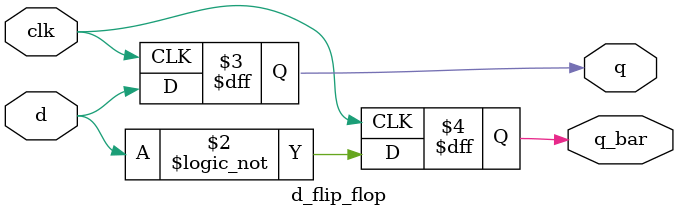
<source format=v>
module d_flip_flop (
    d,      // d in
    q,      // q out
    q_bar,   // q bar out
    clk,    // Clock
);

// PORT DECLARATION
input d;
input clk;
output q, q_bar;

// DATA TYPES    
wire d ,clk;
reg q, q_bar;

// CODE STARTS HERE
always @ (posedge clk)
begin
    q <= d;
    q_bar <= !d;
end

endmodule

</source>
